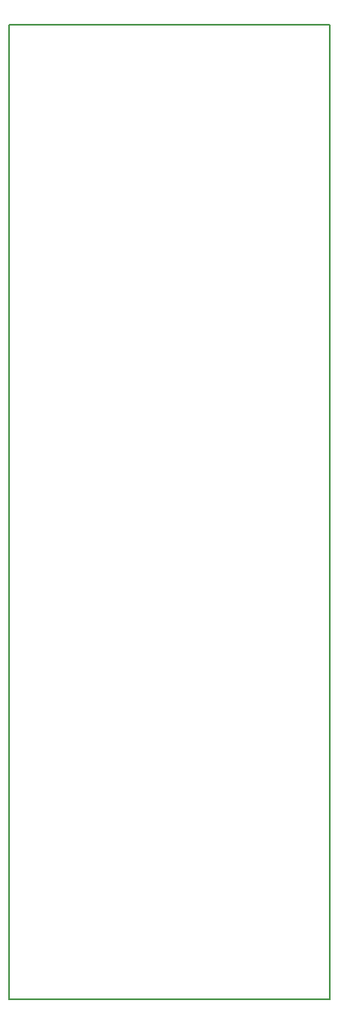
<source format=gm1>
G04 #@! TF.GenerationSoftware,KiCad,Pcbnew,(5.1.9)-1*
G04 #@! TF.CreationDate,2021-04-15T13:52:47+07:00*
G04 #@! TF.ProjectId,pendulumRobotModule,70656e64-756c-4756-9d52-6f626f744d6f,rev?*
G04 #@! TF.SameCoordinates,Original*
G04 #@! TF.FileFunction,Profile,NP*
%FSLAX46Y46*%
G04 Gerber Fmt 4.6, Leading zero omitted, Abs format (unit mm)*
G04 Created by KiCad (PCBNEW (5.1.9)-1) date 2021-04-15 13:52:47*
%MOMM*%
%LPD*%
G01*
G04 APERTURE LIST*
G04 #@! TA.AperFunction,Profile*
%ADD10C,0.150000*%
G04 #@! TD*
G04 APERTURE END LIST*
D10*
X124460000Y-133020000D02*
X124460000Y-33020000D01*
X91440000Y-133020000D02*
X124460000Y-133020000D01*
X91440000Y-33020000D02*
X91440000Y-133020000D01*
X124460000Y-33020000D02*
X91440000Y-33020000D01*
M02*

</source>
